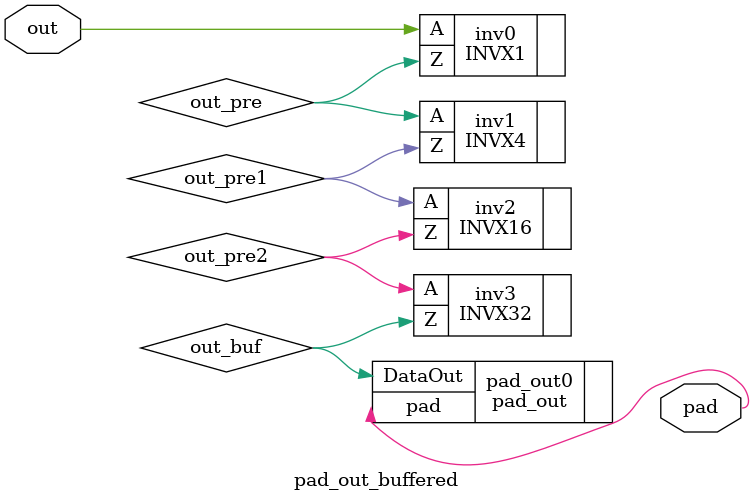
<source format=v>
module pad_out_buffered (out, pad);
  input out;
  output pad;

INVX1 inv0 (.A(out), .Z(out_pre));
INVX4 inv1 (.A(out_pre), .Z(out_pre1));
INVX16 inv2 (.A(out_pre1), .Z(out_pre2));
INVX32 inv3 (.A(out_pre2), .Z(out_buf));
pad_out pad_out0(.pad(pad), .DataOut(out_buf));
endmodule

</source>
